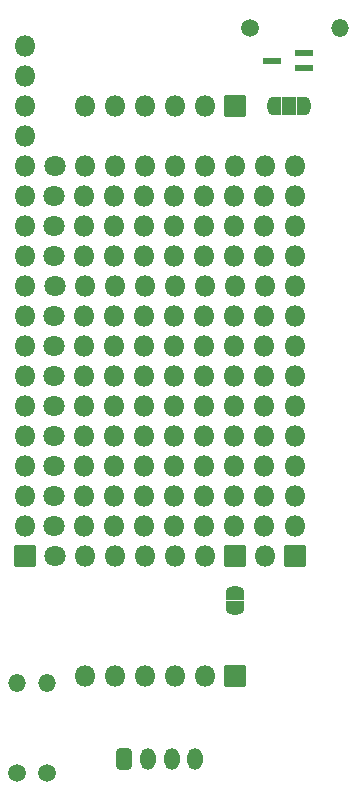
<source format=gbr>
%TF.GenerationSoftware,KiCad,Pcbnew,(6.0.8)*%
%TF.CreationDate,2022-10-21T13:47:49-04:00*%
%TF.ProjectId,firebeetle-shield,66697265-6265-4657-946c-652d73686965,v2*%
%TF.SameCoordinates,Original*%
%TF.FileFunction,Soldermask,Bot*%
%TF.FilePolarity,Negative*%
%FSLAX46Y46*%
G04 Gerber Fmt 4.6, Leading zero omitted, Abs format (unit mm)*
G04 Created by KiCad (PCBNEW (6.0.8)) date 2022-10-21 13:47:49*
%MOMM*%
%LPD*%
G01*
G04 APERTURE LIST*
G04 Aperture macros list*
%AMRoundRect*
0 Rectangle with rounded corners*
0 $1 Rounding radius*
0 $2 $3 $4 $5 $6 $7 $8 $9 X,Y pos of 4 corners*
0 Add a 4 corners polygon primitive as box body*
4,1,4,$2,$3,$4,$5,$6,$7,$8,$9,$2,$3,0*
0 Add four circle primitives for the rounded corners*
1,1,$1+$1,$2,$3*
1,1,$1+$1,$4,$5*
1,1,$1+$1,$6,$7*
1,1,$1+$1,$8,$9*
0 Add four rect primitives between the rounded corners*
20,1,$1+$1,$2,$3,$4,$5,0*
20,1,$1+$1,$4,$5,$6,$7,0*
20,1,$1+$1,$6,$7,$8,$9,0*
20,1,$1+$1,$8,$9,$2,$3,0*%
%AMFreePoly0*
4,1,37,0.585921,0.785921,0.600800,0.750000,0.600800,-0.750000,0.585921,-0.785921,0.550000,-0.800800,0.000000,-0.800800,-0.012526,-0.795612,-0.080872,-0.794359,-0.095090,-0.792057,-0.230405,-0.749782,-0.243405,-0.743581,-0.361415,-0.665026,-0.372153,-0.655426,-0.463373,-0.546907,-0.470984,-0.534678,-0.528079,-0.404919,-0.531952,-0.391047,-0.549535,-0.256587,-0.548147,-0.256405,-0.550800,-0.250000,
-0.550800,0.250000,-0.550314,0.251174,-0.550158,0.263925,-0.528347,0.404002,-0.524136,0.417775,-0.463888,0.546100,-0.455980,0.558139,-0.362136,0.664397,-0.351168,0.673732,-0.231273,0.749380,-0.218125,0.755261,-0.081818,0.794218,-0.067547,0.796173,-0.011991,0.795833,0.000000,0.800800,0.550000,0.800800,0.585921,0.785921,0.585921,0.785921,$1*%
%AMFreePoly1*
4,1,37,0.012350,0.795685,0.074215,0.795307,0.088460,0.793178,0.224281,0.752559,0.237356,0.746518,0.356318,0.669411,0.367173,0.659942,0.459711,0.552545,0.467470,0.540411,0.526147,0.411359,0.530190,0.397535,0.550287,0.257202,0.550800,0.250000,0.550800,-0.250000,0.550796,-0.250620,0.550647,-0.262836,0.549947,-0.270644,0.526427,-0.410445,0.522048,-0.424167,0.460236,-0.551746,
0.452182,-0.563686,0.357047,-0.668790,0.345965,-0.677991,0.225155,-0.752168,0.211936,-0.757888,0.075163,-0.795177,0.060870,-0.796957,0.011464,-0.796051,0.000000,-0.800800,-0.550000,-0.800800,-0.585921,-0.785921,-0.600800,-0.750000,-0.600800,0.750000,-0.585921,0.785921,-0.550000,0.800800,0.000000,0.800800,0.012350,0.795685,0.012350,0.795685,$1*%
%AMFreePoly2*
4,1,37,0.535921,0.785921,0.550800,0.750000,0.550800,-0.750000,0.535921,-0.785921,0.500000,-0.800800,0.000000,-0.800800,-0.012526,-0.795612,-0.080872,-0.794359,-0.095090,-0.792057,-0.230405,-0.749782,-0.243405,-0.743581,-0.361415,-0.665026,-0.372153,-0.655426,-0.463373,-0.546907,-0.470984,-0.534678,-0.528079,-0.404919,-0.531952,-0.391047,-0.549535,-0.256587,-0.548147,-0.256405,-0.550800,-0.250000,
-0.550800,0.250000,-0.550314,0.251174,-0.550158,0.263925,-0.528347,0.404002,-0.524136,0.417775,-0.463888,0.546100,-0.455980,0.558139,-0.362136,0.664397,-0.351168,0.673732,-0.231273,0.749380,-0.218125,0.755261,-0.081818,0.794218,-0.067547,0.796173,-0.011991,0.795833,0.000000,0.800800,0.500000,0.800800,0.535921,0.785921,0.535921,0.785921,$1*%
%AMFreePoly3*
4,1,37,0.012350,0.795685,0.074215,0.795307,0.088460,0.793178,0.224281,0.752559,0.237356,0.746518,0.356318,0.669411,0.367173,0.659942,0.459711,0.552545,0.467470,0.540411,0.526147,0.411359,0.530190,0.397535,0.550287,0.257202,0.550800,0.250000,0.550800,-0.250000,0.550796,-0.250620,0.550647,-0.262836,0.549947,-0.270644,0.526427,-0.410445,0.522048,-0.424167,0.460236,-0.551746,
0.452182,-0.563686,0.357047,-0.668790,0.345965,-0.677991,0.225155,-0.752168,0.211936,-0.757888,0.075163,-0.795177,0.060870,-0.796957,0.011464,-0.796051,0.000000,-0.800800,-0.500000,-0.800800,-0.535921,-0.785921,-0.550800,-0.750000,-0.550800,0.750000,-0.535921,0.785921,-0.500000,0.800800,0.000000,0.800800,0.012350,0.795685,0.012350,0.795685,$1*%
G04 Aperture macros list end*
%ADD10RoundRect,0.300800X-0.350000X-0.625000X0.350000X-0.625000X0.350000X0.625000X-0.350000X0.625000X0*%
%ADD11O,1.301600X1.851600*%
%ADD12C,1.501600*%
%ADD13O,1.501600X1.501600*%
%ADD14C,1.801600*%
%ADD15O,1.801600X1.801600*%
%ADD16RoundRect,0.050800X0.850000X-0.850000X0.850000X0.850000X-0.850000X0.850000X-0.850000X-0.850000X0*%
%ADD17RoundRect,0.050800X-0.850000X0.850000X-0.850000X-0.850000X0.850000X-0.850000X0.850000X0.850000X0*%
%ADD18RoundRect,0.050800X-0.750000X0.225000X-0.750000X-0.225000X0.750000X-0.225000X0.750000X0.225000X0*%
%ADD19RoundRect,0.050800X-0.850000X-0.850000X0.850000X-0.850000X0.850000X0.850000X-0.850000X0.850000X0*%
%ADD20FreePoly0,180.000000*%
%ADD21RoundRect,0.050800X0.500000X0.750000X-0.500000X0.750000X-0.500000X-0.750000X0.500000X-0.750000X0*%
%ADD22FreePoly1,180.000000*%
%ADD23FreePoly2,90.000000*%
%ADD24FreePoly3,90.000000*%
G04 APERTURE END LIST*
D10*
%TO.C,J4*%
X112000000Y-167102000D03*
D11*
X114000000Y-167102000D03*
X116000000Y-167102000D03*
X118000000Y-167102000D03*
%TD*%
D12*
%TO.C,R1*%
X122620000Y-105198000D03*
D13*
X130240000Y-105198000D03*
%TD*%
D14*
%TO.C,REF\u002A\u002A*%
X106051342Y-119422000D03*
X106051342Y-124573143D03*
X106110000Y-127042000D03*
X106051342Y-121962000D03*
X106069092Y-129582000D03*
X106069092Y-139786031D03*
X106069092Y-144822000D03*
X106069092Y-147370322D03*
X106069092Y-137237709D03*
X106110000Y-116882000D03*
X106110000Y-149902000D03*
X106069092Y-142282000D03*
X106069092Y-134662000D03*
X106069092Y-132122000D03*
D15*
X108609092Y-144822000D03*
X108609092Y-139786031D03*
X108650000Y-127042000D03*
X108609092Y-132122000D03*
X108591342Y-121962000D03*
X108609092Y-134662000D03*
X108609092Y-129582000D03*
X108609092Y-147370322D03*
X108591342Y-124573143D03*
X108609092Y-142282000D03*
X108650000Y-116882000D03*
X108609092Y-137237709D03*
X108650000Y-149902000D03*
X108591342Y-119422000D03*
X111149092Y-132122000D03*
X111149092Y-142282000D03*
X111149092Y-139786031D03*
X111131342Y-124573143D03*
X111131342Y-121962000D03*
X111149092Y-137237709D03*
X111131342Y-119422000D03*
X111190000Y-127042000D03*
X111190000Y-149902000D03*
X111149092Y-129582000D03*
X111149092Y-134662000D03*
X111149092Y-144822000D03*
X111149092Y-147370322D03*
X111190000Y-116882000D03*
X113730000Y-116882000D03*
X113671342Y-121962000D03*
X113671342Y-119422000D03*
X113730000Y-127042000D03*
X113689092Y-129582000D03*
X113689092Y-144822000D03*
X113689092Y-134662000D03*
X113671342Y-124573143D03*
X113730000Y-149902000D03*
X113689092Y-139786031D03*
X113689092Y-137237709D03*
X113689092Y-132122000D03*
X113689092Y-142282000D03*
X113689092Y-147370322D03*
X116229092Y-132122000D03*
X116229092Y-144822000D03*
X116211342Y-124573143D03*
X116270000Y-116882000D03*
X116270000Y-127042000D03*
X116270000Y-149902000D03*
X116229092Y-129582000D03*
X116229092Y-137237709D03*
X116229092Y-142282000D03*
X116229092Y-134662000D03*
X116211342Y-119422000D03*
X116229092Y-139786031D03*
X116229092Y-147370322D03*
X116211342Y-121962000D03*
X118769092Y-129582000D03*
X118769092Y-147370322D03*
X118769092Y-132122000D03*
X118751342Y-119422000D03*
X118769092Y-134662000D03*
X118769092Y-139786031D03*
X118751342Y-124573143D03*
X118769092Y-137237709D03*
X118810000Y-127042000D03*
X118751342Y-121962000D03*
X118769092Y-144822000D03*
X118810000Y-116882000D03*
X118810000Y-149902000D03*
X118769092Y-142282000D03*
X121309092Y-144822000D03*
X121309092Y-142282000D03*
D16*
X121350000Y-149902000D03*
D15*
X121291342Y-121962000D03*
X121350000Y-116882000D03*
X121309092Y-132122000D03*
X121309092Y-134662000D03*
X121291342Y-124573143D03*
X121309092Y-129582000D03*
X121291342Y-119422000D03*
X121309092Y-139786031D03*
X121350000Y-127042000D03*
X121309092Y-137237709D03*
X121309092Y-147370322D03*
X123849092Y-129582000D03*
X123890000Y-127042000D03*
X123849092Y-144822000D03*
X123849092Y-142282000D03*
X123831342Y-124573143D03*
X123890000Y-116882000D03*
X123849092Y-134662000D03*
X123849092Y-132122000D03*
X123849092Y-139786031D03*
X123849092Y-137237709D03*
X123831342Y-119422000D03*
X123849092Y-147370322D03*
X123831342Y-121962000D03*
X123890000Y-149902000D03*
%TD*%
D17*
%TO.C,J3*%
X121350000Y-111802000D03*
D15*
X118810000Y-111802000D03*
X116270000Y-111802000D03*
X113730000Y-111802000D03*
X111190000Y-111802000D03*
X108650000Y-111802000D03*
%TD*%
D12*
%TO.C,R2*%
X105475000Y-168317000D03*
D13*
X105475000Y-160697000D03*
%TD*%
D12*
%TO.C,R3*%
X102935000Y-168317000D03*
D13*
X102935000Y-160697000D03*
%TD*%
D17*
%TO.C,J5*%
X121350000Y-160062000D03*
D15*
X118810000Y-160062000D03*
X116270000Y-160062000D03*
X113730000Y-160062000D03*
X111190000Y-160062000D03*
X108650000Y-160062000D03*
%TD*%
D18*
%TO.C,Q1*%
X127185000Y-107342000D03*
X127185000Y-108642000D03*
X124525000Y-107992000D03*
%TD*%
D19*
%TO.C,J2*%
X103570000Y-149902000D03*
D15*
X103570000Y-147362000D03*
X103570000Y-144822000D03*
X103570000Y-142282000D03*
X103570000Y-139742000D03*
X103570000Y-137202000D03*
X103570000Y-134662000D03*
X103570000Y-132122000D03*
X103570000Y-129582000D03*
X103570000Y-127042000D03*
X103570000Y-124502000D03*
X103570000Y-121962000D03*
X103570000Y-119422000D03*
X103570000Y-116882000D03*
X103570000Y-114342000D03*
X103570000Y-111802000D03*
X103570000Y-109262000D03*
X103570000Y-106722000D03*
%TD*%
D20*
%TO.C,JP2*%
X127222000Y-111802000D03*
D21*
X125922000Y-111802000D03*
D22*
X124622000Y-111802000D03*
%TD*%
D19*
%TO.C,J1*%
X126430000Y-149902000D03*
D15*
X126430000Y-147362000D03*
X126430000Y-144822000D03*
X126430000Y-142282000D03*
X126430000Y-139742000D03*
X126430000Y-137202000D03*
X126430000Y-134662000D03*
X126430000Y-132122000D03*
X126430000Y-129582000D03*
X126430000Y-127042000D03*
X126430000Y-124502000D03*
X126430000Y-121962000D03*
X126430000Y-119422000D03*
X126430000Y-116882000D03*
%TD*%
D23*
%TO.C,JP1*%
X121350000Y-154362000D03*
D24*
X121350000Y-153062000D03*
%TD*%
M02*

</source>
